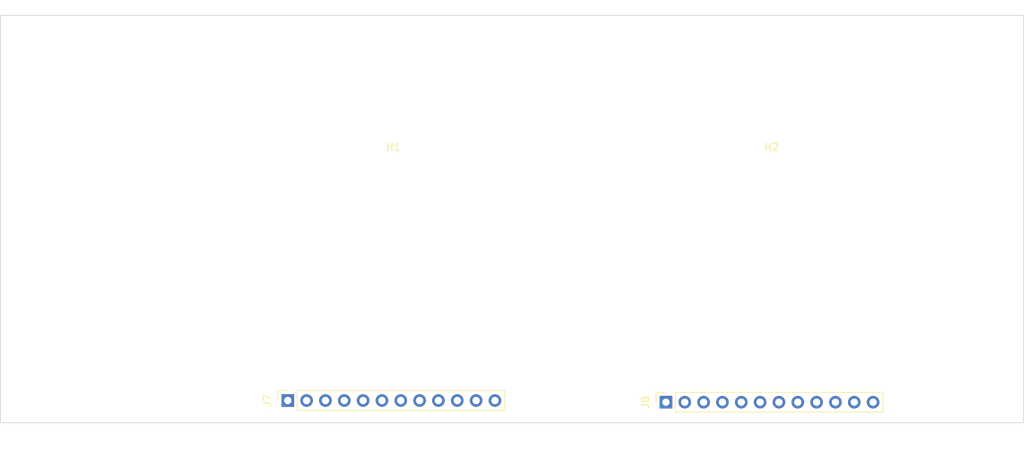
<source format=kicad_pcb>
(kicad_pcb (version 20211014) (generator pcbnew)
  (title_block (title "Feather ESC Power Board") (date "2021-11-20"))
  (layers (0 "F.Cu" signal) (31 "B.Cu" signal) (34 "B.Paste" user) (35 "F.Paste" user) (36 "B.SilkS" user "B.Silkscreen") (37 "F.SilkS" user "F.Silkscreen") (38 "B.Mask" user) (39 "F.Mask" user) (44 "Edge.Cuts" user))
  (net 0 "")
  (net 1 "GND")
  (net 2 "VBAT")
  (net 7 "/PHASE21")
  (net 8 "/PHASE11")
  (net 9 "/GATE1L1")
  (net 11 "/GATE2H1")
  (net 12 "/GATE1H1")
  (net 13 "/GATE2L1")
  (net 14 "/PHASE22")
  (net 15 "/PHASE12")
  (net 16 "/GATE1H2")
  (net 17 "/GATE1L2")
  (net 18 "/GATE2L2")
  (net 20 "/GATE2H2")
  (net 21 "GNDSHUNT")
  (footprint "Connector_PinSocket_2.54mm:PinSocket_1x12_P2.54mm_Vertical" (layer "F.Cu") (at 113.76 95 90)
    (fp_text reference "J7" (at 0 -2.77 90) (layer "F.SilkS"))
    (fp_text value "interconnect1")
    (fp_line (start 1.33 1.27) (end 1.33 29.27) (layer "F.SilkS") (width 0.12))
    (fp_line (start -1.33 1.27) (end -1.33 29.27) (layer "F.SilkS") (width 0.12))
    (fp_line (start 1.33 -1.33) (end 1.33 0) (layer "F.SilkS") (width 0.12))
    (fp_line (start 0 -1.33) (end 1.33 -1.33) (layer "F.SilkS") (width 0.12))
    (fp_line (start -1.33 1.27) (end 1.33 1.27) (layer "F.SilkS") (width 0.12))
    (fp_line (start -1.33 29.27) (end 1.33 29.27) (layer "F.SilkS") (width 0.12))
    (pad "1" thru_hole rect locked (at 0 0 90) (size 1.7 1.7) (drill 1) (layers *.Cu *.Mask) (net 1 "GND"))
    (pad "2" thru_hole oval locked (at 0 2.54 90) (size 1.7 1.7) (drill 1) (layers *.Cu *.Mask))
    (pad "3" thru_hole oval locked (at 0 5.08 90) (size 1.7 1.7) (drill 1) (layers *.Cu *.Mask) (net 12 "/GATE1H1"))
    (pad "4" thru_hole oval locked (at 0 7.62 90) (size 1.7 1.7) (drill 1) (layers *.Cu *.Mask) (net 9 "/GATE1L1"))
    (pad "5" thru_hole oval locked (at 0 10.16 90) (size 1.7 1.7) (drill 1) (layers *.Cu *.Mask) (net 8 "/PHASE11"))
    (pad "6" thru_hole oval locked (at 0 12.7 90) (size 1.7 1.7) (drill 1) (layers *.Cu *.Mask) (net 13 "/GATE2L1"))
    (pad "7" thru_hole oval locked (at 0 15.24 90) (size 1.7 1.7) (drill 1) (layers *.Cu *.Mask) (net 11 "/GATE2H1"))
    (pad "8" thru_hole oval locked (at 0 17.78 90) (size 1.7 1.7) (drill 1) (layers *.Cu *.Mask) (net 21 "GNDSHUNT"))
    (pad "9" thru_hole oval locked (at 0 20.32 90) (size 1.7 1.7) (drill 1) (layers *.Cu *.Mask))
    (pad "10" thru_hole oval locked (at 0 22.86 90) (size 1.7 1.7) (drill 1) (layers *.Cu *.Mask))
    (pad "11" thru_hole oval locked (at 0 25.4 90) (size 1.7 1.7) (drill 1) (layers *.Cu *.Mask) (net 7 "/PHASE21"))
    (pad "12" thru_hole oval locked (at 0 27.94 90) (size 1.7 1.7) (drill 1) (layers *.Cu *.Mask))
  )
  (footprint "featheresc:MountingHole_M3_with_standoff" (layer "F.Cu") (at 128 65)
    (fp_text reference "H1" (at 0 -4.2) (layer "F.SilkS"))
    (fp_text value "Interconnect M3")
    (pad "" np_thru_hole circle (at 0 0) (size 3.2 3.2) (drill 3.2) (layers *.Cu *.Mask))
  )
  (footprint "Connector_PinSocket_2.54mm:PinSocket_1x12_P2.54mm_Vertical" (layer "F.Cu") (at 164.76 95.225 90)
    (fp_text reference "J8" (at 0 -2.77 90) (layer "F.SilkS"))
    (fp_text value "interconnect2")
    (fp_line (start -1.33 1.27) (end -1.33 29.27) (layer "F.SilkS") (width 0.12))
    (fp_line (start 1.33 1.27) (end 1.33 29.27) (layer "F.SilkS") (width 0.12))
    (fp_line (start 0 -1.33) (end 1.33 -1.33) (layer "F.SilkS") (width 0.12))
    (fp_line (start -1.33 1.27) (end 1.33 1.27) (layer "F.SilkS") (width 0.12))
    (fp_line (start -1.33 29.27) (end 1.33 29.27) (layer "F.SilkS") (width 0.12))
    (fp_line (start 1.33 -1.33) (end 1.33 0) (layer "F.SilkS") (width 0.12))
    (pad "1" thru_hole rect locked (at 0 0 90) (size 1.7 1.7) (drill 1) (layers *.Cu *.Mask))
    (pad "2" thru_hole oval locked (at 0 2.54 90) (size 1.7 1.7) (drill 1) (layers *.Cu *.Mask))
    (pad "3" thru_hole oval locked (at 0 5.08 90) (size 1.7 1.7) (drill 1) (layers *.Cu *.Mask) (net 16 "/GATE1H2"))
    (pad "4" thru_hole oval locked (at 0 7.62 90) (size 1.7 1.7) (drill 1) (layers *.Cu *.Mask) (net 17 "/GATE1L2"))
    (pad "5" thru_hole oval locked (at 0 10.16 90) (size 1.7 1.7) (drill 1) (layers *.Cu *.Mask) (net 15 "/PHASE12"))
    (pad "6" thru_hole oval locked (at 0 12.7 90) (size 1.7 1.7) (drill 1) (layers *.Cu *.Mask) (net 18 "/GATE2L2"))
    (pad "7" thru_hole oval locked (at 0 15.24 90) (size 1.7 1.7) (drill 1) (layers *.Cu *.Mask) (net 20 "/GATE2H2"))
    (pad "8" thru_hole oval locked (at 0 17.78 90) (size 1.7 1.7) (drill 1) (layers *.Cu *.Mask))
    (pad "9" thru_hole oval locked (at 0 20.32 90) (size 1.7 1.7) (drill 1) (layers *.Cu *.Mask))
    (pad "10" thru_hole oval locked (at 0 22.86 90) (size 1.7 1.7) (drill 1) (layers *.Cu *.Mask))
    (pad "11" thru_hole oval locked (at 0 25.4 90) (size 1.7 1.7) (drill 1) (layers *.Cu *.Mask) (net 14 "/PHASE22"))
    (pad "12" thru_hole oval locked (at 0 27.94 90) (size 1.7 1.7) (drill 1) (layers *.Cu *.Mask) (net 2 "VBAT"))
  )
  (footprint "featheresc:MountingHole_M3_with_standoff" (layer "F.Cu") (at 179 65)
    (fp_text reference "H2" (at 0 -4.2) (layer "F.SilkS"))
    (fp_text value "Interconnect M3")
    (pad "" np_thru_hole circle (at 0 0) (size 3.2 3.2) (drill 3.2) (layers *.Cu *.Mask))
  )
  (gr_rect (start 75 43) (end 213 98) (layer "Edge.Cuts") (width 0.1) (fill none))
)
</source>
